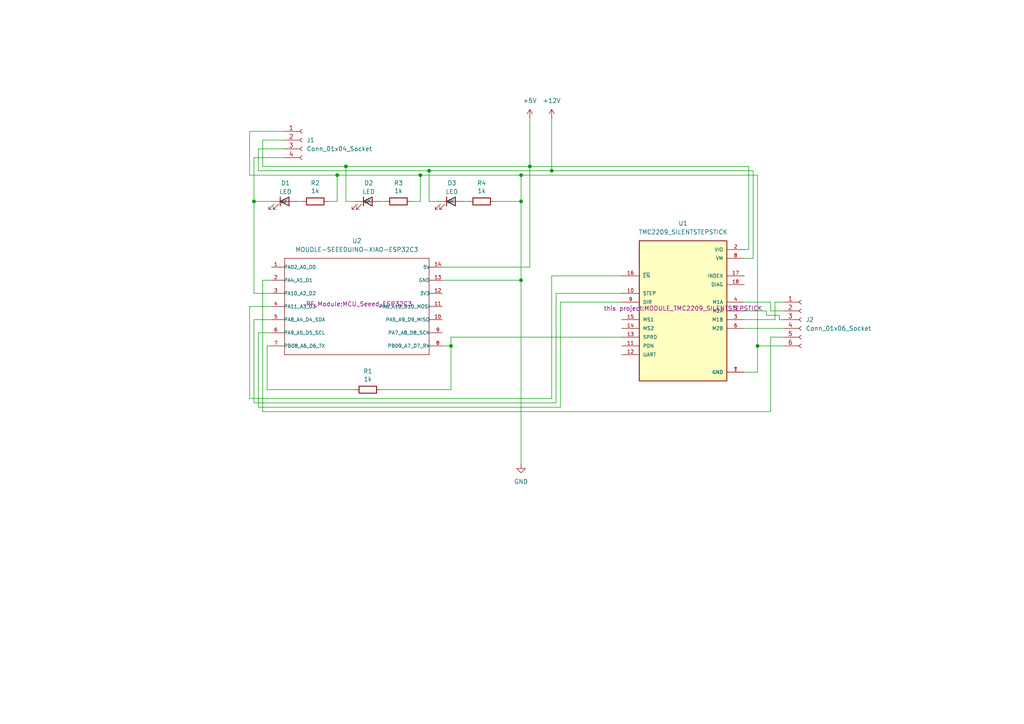
<source format=kicad_sch>
(kicad_sch (version 20250114) (generator "eeschema") (generator_version "9.0")
  (paper "A4")
  (lib_symbols
    (symbol "Connector:Conn_01x04_Socket" (pin_names (offset 1.016) (hide yes))
      (property "Reference" "J" (at 0 5.08 0))
      (property "Value" "Conn_01x04_Socket" (at 0 -7.62 0))
      (symbol "Conn_01x04_Socket_1_1"
        (polyline (pts (xy -1.27 2.54) (xy -0.508 2.54)) (stroke (width 0.1524)))
        (polyline (pts (xy -1.27 0) (xy -0.508 0)) (stroke (width 0.1524)))
        (polyline (pts (xy -1.27 -2.54) (xy -0.508 -2.54)) (stroke (width 0.1524)))
        (polyline (pts (xy -1.27 -5.08) (xy -0.508 -5.08)) (stroke (width 0.1524)))
        (arc (start 0 2.032) (mid -0.5058 2.54) (end 0 3.048) (stroke (width 0.1524)))
        (arc (start 0 -0.508) (mid -0.5058 0) (end 0 0.508) (stroke (width 0.1524)))
        (arc (start 0 -3.048) (mid -0.5058 -2.54) (end 0 -2.032) (stroke (width 0.1524)))
        (arc (start 0 -5.588) (mid -0.5058 -5.08) (end 0 -4.572) (stroke (width 0.1524)))
        (pin passive line (at -5.08 2.54 0) (length 3.81) (name "Pin_1") (number "1"))
        (pin passive line (at -5.08 0 0) (length 3.81) (name "Pin_2") (number "2"))
        (pin passive line (at -5.08 -2.54 0) (length 3.81) (name "Pin_3") (number "3"))
        (pin passive line (at -5.08 -5.08 0) (length 3.81) (name "Pin_4") (number "4"))
      )
    )
    (symbol "Connector:Conn_01x06_Socket" (pin_names (offset 1.016) (hide yes))
      (property "Reference" "J" (at 0 7.62 0))
      (property "Value" "Conn_01x06_Socket" (at 0 -10.16 0))
      (symbol "Conn_01x06_Socket_1_1"
        (polyline (pts (xy -1.27 5.08) (xy -0.508 5.08)) (stroke (width 0.1524)))
        (polyline (pts (xy -1.27 2.54) (xy -0.508 2.54)) (stroke (width 0.1524)))
        (polyline (pts (xy -1.27 0) (xy -0.508 0)) (stroke (width 0.1524)))
        (polyline (pts (xy -1.27 -2.54) (xy -0.508 -2.54)) (stroke (width 0.1524)))
        (polyline (pts (xy -1.27 -5.08) (xy -0.508 -5.08)) (stroke (width 0.1524)))
        (polyline (pts (xy -1.27 -7.62) (xy -0.508 -7.62)) (stroke (width 0.1524)))
        (arc (start 0 4.572) (mid -0.5058 5.08) (end 0 5.588) (stroke (width 0.1524)))
        (arc (start 0 2.032) (mid -0.5058 2.54) (end 0 3.048) (stroke (width 0.1524)))
        (arc (start 0 -0.508) (mid -0.5058 0) (end 0 0.508) (stroke (width 0.1524)))
        (arc (start 0 -3.048) (mid -0.5058 -2.54) (end 0 -2.032) (stroke (width 0.1524)))
        (arc (start 0 -5.588) (mid -0.5058 -5.08) (end 0 -4.572) (stroke (width 0.1524)))
        (arc (start 0 -8.128) (mid -0.5058 -7.62) (end 0 -7.112) (stroke (width 0.1524)))
        (pin passive line (at -5.08 5.08 0) (length 3.81) (name "Pin_1") (number "1"))
        (pin passive line (at -5.08 2.54 0) (length 3.81) (name "Pin_2") (number "2"))
        (pin passive line (at -5.08 0 0) (length 3.81) (name "Pin_3") (number "3"))
        (pin passive line (at -5.08 -2.54 0) (length 3.81) (name "Pin_4") (number "4"))
        (pin passive line (at -5.08 -5.08 0) (length 3.81) (name "Pin_5") (number "5"))
        (pin passive line (at -5.08 -7.62 0) (length 3.81) (name "Pin_6") (number "6"))
      )
    )
    (symbol "Device:LED" (pin_numbers (hide yes)) (pin_names (offset 1.016))
      (property "Reference" "D" (at 0 2.54 0))
      (property "Value" "LED" (at 0 -2.54 0))
      (symbol "LED_0_1"
        (polyline (pts (xy -3.048 -0.762) (xy -4.572 -2.286) (xy -3.81 -2.286) (xy -4.572 -2.286) (xy -4.572 -1.524)))
        (polyline (pts (xy -1.778 -0.762) (xy -3.302 -2.286) (xy -2.54 -2.286) (xy -3.302 -2.286) (xy -3.302 -1.524)))
        (polyline (pts (xy -1.27 0) (xy 1.27 0)))
        (polyline (pts (xy -1.27 -1.27) (xy -1.27 1.27)) (stroke (width 0.254)))
        (polyline (pts (xy 1.27 -1.27) (xy 1.27 1.27) (xy -1.27 0) (xy 1.27 -1.27)) (stroke (width 0.254)))
      )
      (symbol "LED_1_1"
        (pin passive line (at -3.81 0 0) (length 2.54) (name "K") (number "1"))
        (pin passive line (at 3.81 0 180) (length 2.54) (name "A") (number "2"))
      )
    )
    (symbol "Device:R" (pin_numbers (hide yes)) (pin_names (offset 0))
      (property "Reference" "R" (at 2.032 0 90))
      (property "Value" "R" (at 0 0 90))
      (symbol "R_0_1"
        (rectangle (start -1.016 -2.54) (end 1.016 2.54) (stroke (width 0.254)))
      )
      (symbol "R_1_1"
        (pin passive line (at 0 3.81 270) (length 1.27) (name "~") (number "1"))
        (pin passive line (at 0 -3.81 90) (length 1.27) (name "~") (number "2"))
      )
    )
    (symbol "MOUDLE-SEEEDUINO-XIAO-ESP32C3:MOUDLE-SEEEDUINO-XIAO-ESP32C3" (pin_names (offset 1.016))
      (property "Reference" "U" (at -21.59 15.24 0))
      (property "Value" "MOUDLE-SEEEDUINO-XIAO-ESP32C3" (at -21.59 13.97 0))
      (symbol "MOUDLE-SEEEDUINO-XIAO-ESP32C3_0_0"
        (polyline (pts (xy -21.59 13.97) (xy 20.32 13.97)) (stroke (width 0.1524)))
        (polyline (pts (xy -21.59 11.43) (xy -22.86 11.43)) (stroke (width 0.1524)))
        (polyline (pts (xy -21.59 11.43) (xy -21.59 13.97)) (stroke (width 0.1524)))
        (polyline (pts (xy -21.59 7.62) (xy -22.86 7.62)) (stroke (width 0.1524)))
        (polyline (pts (xy -21.59 7.62) (xy -21.59 11.43)) (stroke (width 0.1524)))
        (polyline (pts (xy -21.59 3.81) (xy -22.86 3.81)) (stroke (width 0.1524)))
        (polyline (pts (xy -21.59 3.81) (xy -21.59 7.62)) (stroke (width 0.1524)))
        (polyline (pts (xy -21.59 0) (xy -22.86 0)) (stroke (width 0.1524)))
        (polyline (pts (xy -21.59 0) (xy -21.59 3.81)) (stroke (width 0.1524)))
        (polyline (pts (xy -21.59 -3.81) (xy -22.86 -3.81)) (stroke (width 0.1524)))
        (polyline (pts (xy -21.59 -7.62) (xy -22.86 -7.62)) (stroke (width 0.1524)))
        (polyline (pts (xy -21.59 -11.43) (xy -22.86 -11.43)) (stroke (width 0.1524)))
        (polyline (pts (xy -21.59 -13.97) (xy -21.59 0)) (stroke (width 0.1524)))
        (polyline (pts (xy 20.32 13.97) (xy 20.32 11.43)) (stroke (width 0.1524)))
        (polyline (pts (xy 20.32 11.43) (xy 20.32 7.62)) (stroke (width 0.1524)))
        (polyline (pts (xy 20.32 7.62) (xy 20.32 3.81)) (stroke (width 0.1524)))
        (polyline (pts (xy 20.32 3.81) (xy 20.32 -13.97)) (stroke (width 0.1524)))
        (polyline (pts (xy 20.32 -13.97) (xy -21.59 -13.97)) (stroke (width 0.1524)))
        (polyline (pts (xy 21.59 11.43) (xy 20.32 11.43)) (stroke (width 0.1524)))
        (polyline (pts (xy 21.59 7.62) (xy 20.32 7.62)) (stroke (width 0.1524)))
        (polyline (pts (xy 21.59 3.81) (xy 20.32 3.81)) (stroke (width 0.1524)))
        (polyline (pts (xy 21.59 0) (xy 20.32 0)) (stroke (width 0.1524)))
        (polyline (pts (xy 21.59 -3.81) (xy 20.32 -3.81)) (stroke (width 0.1524)))
        (polyline (pts (xy 21.59 -7.62) (xy 20.32 -7.62)) (stroke (width 0.1524)))
        (polyline (pts (xy 21.59 -11.43) (xy 20.32 -11.43)) (stroke (width 0.1524)))
        (pin bidirectional line (at -25.4 11.43 0) (length 2.54) (name "PA02_A0_D0") (number "1"))
        (pin bidirectional line (at -25.4 7.62 0) (length 2.54) (name "PA4_A1_D1") (number "2"))
        (pin bidirectional line (at -25.4 3.81 0) (length 2.54) (name "PA10_A2_D2") (number "3"))
        (pin bidirectional line (at -25.4 0 0) (length 2.54) (name "PA11_A3_D3") (number "4"))
        (pin bidirectional line (at -25.4 -3.81 0) (length 2.54) (name "PA8_A4_D4_SDA") (number "5"))
        (pin bidirectional line (at -25.4 -7.62 0) (length 2.54) (name "PA9_A5_D5_SCL") (number "6"))
        (pin bidirectional line (at -25.4 -11.43 0) (length 2.54) (name "PB08_A6_D6_TX") (number "7"))
        (pin bidirectional line (at 24.13 11.43 180) (length 2.54) (name "5V") (number "14"))
        (pin bidirectional line (at 24.13 7.62 180) (length 2.54) (name "GND") (number "13"))
        (pin bidirectional line (at 24.13 3.81 180) (length 2.54) (name "3V3") (number "12"))
        (pin bidirectional line (at 24.13 0 180) (length 2.54) (name "PA6_A10_D10_MOSI") (number "11"))
        (pin bidirectional line (at 24.13 -3.81 180) (length 2.54) (name "PA5_A9_D9_MISO") (number "10"))
        (pin bidirectional line (at 24.13 -7.62 180) (length 2.54) (name "PA7_A8_D8_SCK") (number "9"))
        (pin bidirectional line (at 24.13 -11.43 180) (length 2.54) (name "PB09_A7_D7_RX") (number "8"))
      )
    )
    (symbol "TMC2209_SILENTSTEPSTICK:TMC2209_SILENTSTEPSTICK" (pin_names (offset 1.016))
      (property "Reference" "U" (at -12.7 22.86 0))
      (property "Value" "TMC2209_SILENTSTEPSTICK" (at -12.7 -22.86 0))
      (symbol "TMC2209_SILENTSTEPSTICK_0_0"
        (rectangle (start -12.7 -20.32) (end 12.7 20.32) (stroke (width 0.254)) (fill (type background)))
        (pin input line (at -17.78 10.16 0) (length 5.08) (name "~{EN}") (number "16"))
        (pin input line (at -17.78 5.08 0) (length 5.08) (name "STEP") (number "10"))
        (pin input line (at -17.78 2.54 0) (length 5.08) (name "DIR") (number "9"))
        (pin input line (at -17.78 -2.54 0) (length 5.08) (name "MS1") (number "15"))
        (pin input line (at -17.78 -5.08 0) (length 5.08) (name "MS2") (number "14"))
        (pin input line (at -17.78 -7.62 0) (length 5.08) (name "SPRD") (number "13"))
        (pin bidirectional line (at -17.78 -10.16 0) (length 5.08) (name "PDN") (number "11"))
        (pin bidirectional line (at -17.78 -12.7 0) (length 5.08) (name "UART") (number "12"))
        (pin power_in line (at 17.78 17.78 180) (length 5.08) (name "VIO") (number "2"))
        (pin power_in line (at 17.78 15.24 180) (length 5.08) (name "VM") (number "8"))
        (pin output line (at 17.78 10.16 180) (length 5.08) (name "INDEX") (number "17"))
        (pin output line (at 17.78 7.62 180) (length 5.08) (name "DIAG") (number "18"))
        (pin output line (at 17.78 2.54 180) (length 5.08) (name "M1A") (number "4"))
        (pin output line (at 17.78 0 180) (length 5.08) (name "M2A") (number "5"))
        (pin output line (at 17.78 -2.54 180) (length 5.08) (name "M1B") (number "3"))
        (pin output line (at 17.78 -5.08 180) (length 5.08) (name "M2B") (number "6"))
        (pin power_in line (at 17.78 -17.78 180) (length 5.08) (name "GND") (number "1"))
        (pin power_in line (at 17.78 -17.78 180) (length 5.08) (name "GND") (number "7"))
      )
    )
    (symbol "power:+12V" (power) (pin_numbers (hide yes)) (pin_names (offset 0) (hide yes))
      (property "Value" "+12V" (at 0 3.556 0))
      (symbol "+12V_0_1"
        (polyline (pts (xy -0.762 1.27) (xy 0 2.54)))
        (polyline (pts (xy 0 2.54) (xy 0.762 1.27)))
        (polyline (pts (xy 0 0) (xy 0 2.54)))
      )
      (symbol "+12V_1_1"
        (pin power_in line (at 0 0 90) (length 0) (name "~") (number "1"))
      )
    )
    (symbol "power:+5V" (power) (pin_numbers (hide yes)) (pin_names (offset 0) (hide yes))
      (property "Value" "+5V" (at 0 3.556 0))
      (symbol "+5V_0_1"
        (polyline (pts (xy -0.762 1.27) (xy 0 2.54)))
        (polyline (pts (xy 0 2.54) (xy 0.762 1.27)))
        (polyline (pts (xy 0 0) (xy 0 2.54)))
      )
      (symbol "+5V_1_1"
        (pin power_in line (at 0 0 90) (length 0) (name "~") (number "1"))
      )
    )
    (symbol "power:GND" (power) (pin_numbers (hide yes)) (pin_names (offset 0) (hide yes))
      (property "Value" "GND" (at 0 -3.81 0))
      (symbol "GND_0_1"
        (polyline (pts (xy 0 0) (xy 0 -1.27) (xy 1.27 -1.27) (xy 0 -2.54) (xy -1.27 -1.27) (xy 0 -1.27)))
      )
      (symbol "GND_1_1"
        (pin power_in line (at 0 0 270) (length 0) (name "~") (number "1"))
      )
    )
  )
  (junction (at 153.67 48.26))
  (junction (at 151.13 58.42))
  (junction (at 73.66 58.42))
  (junction (at 151.13 50.8))
  (junction (at 124.46 49.53))
  (junction (at 97.79 50.8))
  (junction (at 130.81 100.33))
  (junction (at 160.02 49.53))
  (junction (at 219.71 100.33))
  (junction (at 100.33 48.26))
  (junction (at 121.92 50.8))
  (junction (at 151.13 81.28))
  (wire (pts (xy 217.17 72.39) (xy 215.9 72.39)))
  (wire (pts (xy 135.89 58.42) (xy 134.62 58.42)))
  (wire (pts (xy 130.81 113.03) (xy 130.81 100.33)))
  (wire (pts (xy 218.44 49.53) (xy 218.44 74.93)))
  (wire (pts (xy 161.29 85.09) (xy 161.29 116.84)))
  (wire (pts (xy 76.2 48.26) (xy 100.33 48.26)))
  (wire (pts (xy 160.02 80.01) (xy 160.02 115.57)))
  (wire (pts (xy 151.13 81.28) (xy 151.13 134.62)))
  (wire (pts (xy 73.66 92.71) (xy 78.74 92.71)))
  (wire (pts (xy 215.9 92.71) (xy 224.79 92.71)))
  (wire (pts (xy 72.39 88.9) (xy 78.74 88.9)))
  (wire (pts (xy 160.02 80.01) (xy 180.34 80.01)))
  (wire (pts (xy 153.67 48.26) (xy 217.17 48.26)))
  (wire (pts (xy 76.2 40.64) (xy 76.2 48.26)))
  (wire (pts (xy 74.93 96.52) (xy 74.93 118.11)))
  (wire (pts (xy 72.39 38.1) (xy 72.39 50.8)))
  (wire (pts (xy 72.39 50.8) (xy 97.79 50.8)))
  (wire (pts (xy 121.92 50.8) (xy 151.13 50.8)))
  (wire (pts (xy 143.51 58.42) (xy 151.13 58.42)))
  (wire (pts (xy 73.66 45.72) (xy 82.55 45.72)))
  (wire (pts (xy 73.66 58.42) (xy 78.74 58.42)))
  (wire (pts (xy 111.76 58.42) (xy 110.49 58.42)))
  (wire (pts (xy 82.55 43.18) (xy 74.93 43.18)))
  (wire (pts (xy 226.06 91.44) (xy 222.25 91.44)))
  (wire (pts (xy 73.66 116.84) (xy 73.66 92.71)))
  (wire (pts (xy 218.44 74.93) (xy 215.9 74.93)))
  (wire (pts (xy 160.02 49.53) (xy 218.44 49.53)))
  (wire (pts (xy 128.27 100.33) (xy 130.81 100.33)))
  (wire (pts (xy 124.46 49.53) (xy 160.02 49.53)))
  (wire (pts (xy 223.52 87.63) (xy 215.9 87.63)))
  (wire (pts (xy 73.66 58.42) (xy 73.66 85.09)))
  (wire (pts (xy 227.33 87.63) (xy 224.79 87.63)))
  (wire (pts (xy 219.71 50.8) (xy 219.71 100.33)))
  (wire (pts (xy 124.46 49.53) (xy 124.46 58.42)))
  (wire (pts (xy 180.34 97.79) (xy 130.81 97.79)))
  (wire (pts (xy 77.47 113.03) (xy 102.87 113.03)))
  (wire (pts (xy 74.93 118.11) (xy 162.56 118.11)))
  (wire (pts (xy 219.71 107.95) (xy 215.9 107.95)))
  (wire (pts (xy 222.25 91.44) (xy 222.25 90.17)))
  (wire (pts (xy 223.52 97.79) (xy 223.52 119.38)))
  (wire (pts (xy 224.79 87.63) (xy 224.79 92.71)))
  (wire (pts (xy 160.02 115.57) (xy 72.39 115.57)))
  (wire (pts (xy 78.74 100.33) (xy 77.47 100.33)))
  (wire (pts (xy 161.29 116.84) (xy 73.66 116.84)))
  (wire (pts (xy 95.25 58.42) (xy 97.79 58.42)))
  (wire (pts (xy 100.33 58.42) (xy 102.87 58.42)))
  (wire (pts (xy 76.2 81.28) (xy 78.74 81.28)))
  (wire (pts (xy 74.93 43.18) (xy 74.93 49.53)))
  (wire (pts (xy 219.71 100.33) (xy 227.33 100.33)))
  (wire (pts (xy 227.33 97.79) (xy 223.52 97.79)))
  (wire (pts (xy 153.67 48.26) (xy 153.67 34.29)))
  (wire (pts (xy 100.33 48.26) (xy 153.67 48.26)))
  (wire (pts (xy 162.56 87.63) (xy 180.34 87.63)))
  (wire (pts (xy 128.27 81.28) (xy 151.13 81.28)))
  (wire (pts (xy 215.9 95.25) (xy 227.33 95.25)))
  (wire (pts (xy 73.66 85.09) (xy 78.74 85.09)))
  (wire (pts (xy 121.92 58.42) (xy 121.92 50.8)))
  (wire (pts (xy 223.52 119.38) (xy 76.2 119.38)))
  (wire (pts (xy 124.46 58.42) (xy 127 58.42)))
  (wire (pts (xy 151.13 58.42) (xy 151.13 81.28)))
  (wire (pts (xy 100.33 58.42) (xy 100.33 48.26)))
  (wire (pts (xy 217.17 48.26) (xy 217.17 72.39)))
  (wire (pts (xy 219.71 100.33) (xy 219.71 107.95)))
  (wire (pts (xy 110.49 113.03) (xy 130.81 113.03)))
  (wire (pts (xy 97.79 50.8) (xy 97.79 58.42)))
  (wire (pts (xy 162.56 118.11) (xy 162.56 87.63)))
  (wire (pts (xy 160.02 34.29) (xy 160.02 49.53)))
  (wire (pts (xy 73.66 45.72) (xy 73.66 58.42)))
  (wire (pts (xy 153.67 77.47) (xy 128.27 77.47)))
  (wire (pts (xy 153.67 48.26) (xy 153.67 77.47)))
  (wire (pts (xy 227.33 90.17) (xy 223.52 90.17)))
  (wire (pts (xy 78.74 96.52) (xy 74.93 96.52)))
  (wire (pts (xy 76.2 40.64) (xy 82.55 40.64)))
  (wire (pts (xy 72.39 115.57) (xy 72.39 88.9)))
  (wire (pts (xy 72.39 38.1) (xy 82.55 38.1)))
  (wire (pts (xy 226.06 92.71) (xy 226.06 91.44)))
  (wire (pts (xy 119.38 58.42) (xy 121.92 58.42)))
  (wire (pts (xy 180.34 85.09) (xy 161.29 85.09)))
  (wire (pts (xy 74.93 49.53) (xy 124.46 49.53)))
  (wire (pts (xy 130.81 97.79) (xy 130.81 100.33)))
  (wire (pts (xy 87.63 58.42) (xy 86.36 58.42)))
  (wire (pts (xy 151.13 50.8) (xy 151.13 58.42)))
  (wire (pts (xy 151.13 50.8) (xy 219.71 50.8)))
  (wire (pts (xy 222.25 90.17) (xy 215.9 90.17)))
  (wire (pts (xy 223.52 90.17) (xy 223.52 87.63)))
  (wire (pts (xy 97.79 50.8) (xy 121.92 50.8)))
  (wire (pts (xy 227.33 92.71) (xy 226.06 92.71)))
  (wire (pts (xy 76.2 119.38) (xy 76.2 81.28)))
  (wire (pts (xy 77.47 100.33) (xy 77.47 113.03)))
  (symbol (lib_id "Device:R") (at 91.44 58.42 90) (unit 1)
    (property "Reference" "R2" (at 91.44 53.086 90))
    (property "Value" "1k" (at 91.44 55.372 90))
    (property "Footprint" "Resistor_SMD:R_0201_0603Metric" (effects (hide yes)))
    (property "Description" "Resistor" (effects (hide yes)))
  )
  (symbol (lib_id "Device:LED") (at 130.81 58.42 0) (unit 1)
    (property "Reference" "D3" (at 131.064 53.086 0))
    (property "Value" "LED" (at 131.064 55.626 0))
    (property "Footprint" "LED_SMD:LED_0201_0603Metric" (effects (hide yes)))
    (property "Description" "Light emitting diode" (effects (hide yes)))
    (property "Sim.Pins" "1=K 2=A" (effects (hide yes)))
  )
  (symbol (lib_id "Device:R") (at 115.57 58.42 90) (unit 1)
    (property "Reference" "R3" (at 115.57 53.086 90))
    (property "Value" "1k" (at 115.57 55.372 90))
    (property "Footprint" "Resistor_SMD:R_0201_0603Metric" (effects (hide yes)))
    (property "Description" "Resistor" (effects (hide yes)))
  )
  (symbol (lib_id "Device:LED") (at 106.68 58.42 0) (unit 1)
    (property "Reference" "D2" (at 106.934 53.086 0))
    (property "Value" "LED" (at 106.934 55.626 0))
    (property "Footprint" "LED_SMD:LED_0201_0603Metric" (effects (hide yes)))
    (property "Description" "Light emitting diode" (effects (hide yes)))
    (property "Sim.Pins" "1=K 2=A" (effects (hide yes)))
  )
  (symbol (lib_id "power:+12V") (at 160.02 34.29 0) (unit 1)
    (property "Reference" "#PWR03" (effects (hide yes)))
    (property "Value" "+12V" (at 160.02 29.21 0))
    (property "Description" "Power symbol creates a global label with name \"+12V\"" (effects (hide yes)))
  )
  (symbol (lib_id "power:GND") (at 151.13 134.62 0) (unit 1)
    (property "Reference" "#PWR02" (effects (hide yes)))
    (property "Value" "GND" (at 151.13 139.7 0))
    (property "Description" "Power symbol creates a global label with name \"GND\" , ground" (effects (hide yes)))
  )
  (symbol (lib_id "Connector:Conn_01x04_Socket") (at 87.63 40.64 0) (unit 1)
    (property "Reference" "J1" (at 88.9 40.6399 0) (effects (justify left)))
    (property "Value" "Conn_01x04_Socket" (at 88.9 43.1799 0) (effects (justify left)))
    (property "Footprint" "Connector_JST:JST_EH_B4B-EH-A_1x04_P2.50mm_Vertical" (effects (hide yes)))
    (property "Description" "Generic connector, single row, 01x04, script generated" (effects (hide yes)))
  )
  (symbol (lib_id "Device:LED") (at 82.55 58.42 0) (unit 1)
    (property "Reference" "D1" (at 82.804 53.086 0))
    (property "Value" "LED" (at 82.804 55.626 0))
    (property "Footprint" "LED_SMD:LED_0201_0603Metric" (effects (hide yes)))
    (property "Description" "Light emitting diode" (effects (hide yes)))
    (property "Sim.Pins" "1=K 2=A" (effects (hide yes)))
  )
  (symbol (lib_id "Device:R") (at 139.7 58.42 90) (unit 1)
    (property "Reference" "R4" (at 139.7 53.086 90))
    (property "Value" "1k" (at 139.7 55.372 90))
    (property "Footprint" "Resistor_SMD:R_0201_0603Metric" (effects (hide yes)))
    (property "Description" "Resistor" (effects (hide yes)))
  )
  (symbol (lib_id "power:+5V") (at 153.67 34.29 0) (unit 1)
    (property "Reference" "#PWR01" (effects (hide yes)))
    (property "Value" "+5V" (at 153.67 29.21 0))
    (property "Description" "Power symbol creates a global label with name \"+5V\"" (effects (hide yes)))
  )
  (symbol (lib_id "MOUDLE-SEEEDUINO-XIAO-ESP32C3:MOUDLE-SEEEDUINO-XIAO-ESP32C3") (at 104.14 88.9 0) (unit 1)
    (property "Reference" "U2" (at 103.505 69.85 0))
    (property "Value" "MOUDLE-SEEEDUINO-XIAO-ESP32C3" (at 103.505 72.39 0))
    (property "Footprint" "RF_Module:MCU_Seeed_ESP32C3" (at 104.14 88.9 0) (effects (justify bottom)))
  )
  (symbol (lib_id "Connector:Conn_01x06_Socket") (at 232.41 92.71 0) (unit 1)
    (property "Reference" "J2" (at 233.68 92.7099 0) (effects (justify left)))
    (property "Value" "Conn_01x06_Socket" (at 233.68 95.2499 0) (effects (justify left)))
    (property "Footprint" "Connector_JST:JST_EH_B6B-EH-A_1x06_P2.50mm_Vertical" (effects (hide yes)))
    (property "Description" "Generic connector, single row, 01x06, script generated" (effects (hide yes)))
  )
  (symbol (lib_id "TMC2209_SILENTSTEPSTICK:TMC2209_SILENTSTEPSTICK") (at 198.12 90.17 0) (unit 1)
    (property "Reference" "U1" (at 198.12 64.77 0))
    (property "Value" "TMC2209_SILENTSTEPSTICK" (at 198.12 67.31 0))
    (property "Footprint" "this project:MODULE_TMC2209_SILENTSTEPSTICK" (at 198.12 90.17 0) (effects (justify bottom)))
    (property "MF" "Trinamic Motion Control GmbH" (effects (hide yes)))
    (property "Description_1" "TMC2209 Motor Controller/Driver Power Management Evaluation Board" (effects (hide yes)))
    (property "Package" "None" (effects (hide yes)))
    (property "Price" "None" (effects (hide yes)))
    (property "Check_prices" "https://www.snapeda.com/parts/TMC2209%20SILENTSTEPSTICK/Trinamic/view-part/?ref=eda" (effects (hide yes)))
    (property "STANDARD" "Manufacturer Recommendations" (effects (hide yes)))
    (property "PARTREV" "1.20" (effects (hide yes)))
    (property "SnapEDA_Link" "https://www.snapeda.com/parts/TMC2209%20SILENTSTEPSTICK/Trinamic/view-part/?ref=snap" (effects (hide yes)))
    (property "MP" "TMC2209 SILENTSTEPSTICK" (effects (hide yes)))
    (property "MANUFACTURER" "Trinamic Motion Control GmbH" (effects (hide yes)))
    (property "Availability" "Not in stock" (effects (hide yes)))
    (property "SNAPEDA_PN" "TMC2209 SILENTSTEPSTICK" (effects (hide yes)))
  )
  (symbol (lib_id "Device:R") (at 106.68 113.03 90) (unit 1)
    (property "Reference" "R1" (at 106.68 107.696 90))
    (property "Value" "1k" (at 106.68 109.982 90))
    (property "Footprint" "Resistor_SMD:R_0201_0603Metric" (effects (hide yes)))
    (property "Description" "Resistor" (effects (hide yes)))
  )
)
</source>
